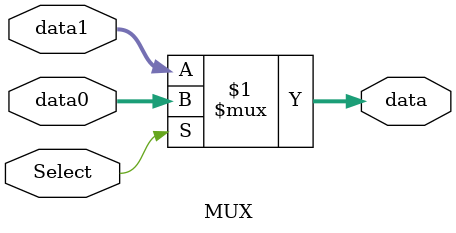
<source format=v>
`timescale 1ns / 1ps


module MUX(
    input Select,
    input [31 : 0] data0,
    input [31 : 0] data1,
    output [31 : 0] data
    );
    
    assign data = Select ? data0 : data1;

endmodule


</source>
